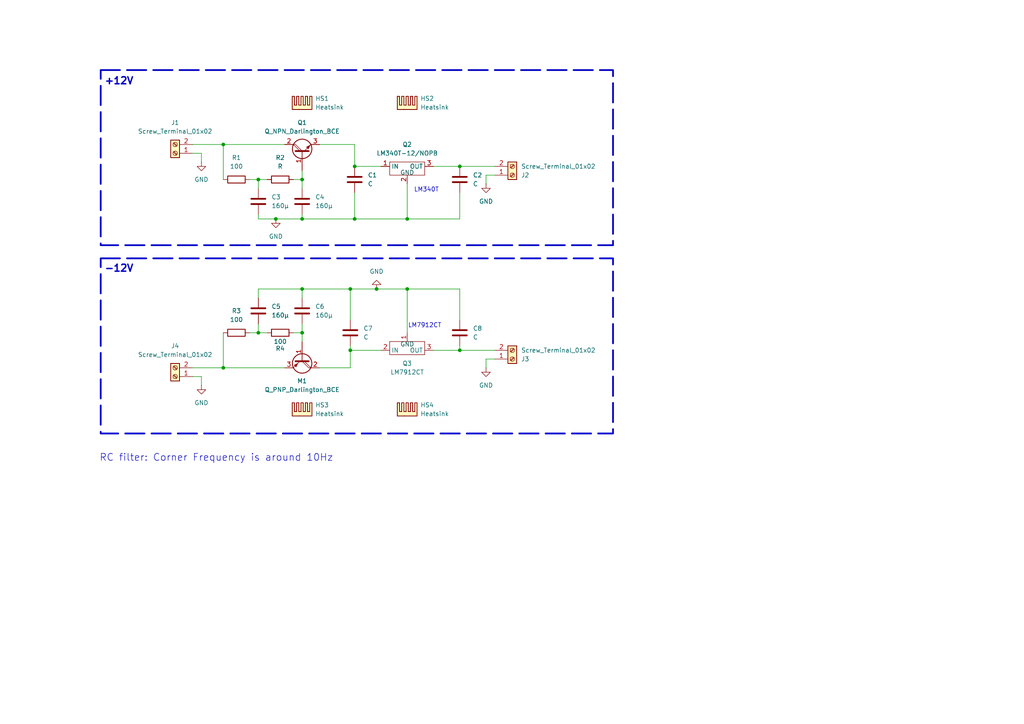
<source format=kicad_sch>
(kicad_sch (version 20231120) (generator "eeschema") (generator_version "8.0")
  (paper "A4")
  (lib_symbols
    (symbol "Analog_computing:LM7912CT/NOPB"
      (property "Reference" "Q" (at 0 4.826 0))
      (property "Value" "LM7912CT" (at 0 2.54 0))
      (symbol "LM7912CT/NOPB_0_1"
        (rectangle (start -5.08 1.27) (end 5.08 -2.54))
      )
      (symbol "LM7912CT/NOPB_1_1"
        (text "GND" (at 0 -1.778 0) (effects (font (size 1.27 1.27))))
        (pin input line (at 0 -5.08 90) (length 2.54) (name "") (number "1"))
        (pin input line (at -7.62 0 0) (length 2.54) (name "IN") (number "2"))
        (pin output line (at 7.62 0 180) (length 2.54) (name "OUT") (number "3"))
      )
    )
    (symbol "Connector:Screw_Terminal_01x02" (pin_names (offset 1.016) hide)
      (property "Reference" "J" (at 0 2.54 0))
      (property "Value" "Screw_Terminal_01x02" (at 0 -5.08 0))
      (symbol "Screw_Terminal_01x02_1_1"
        (rectangle (start -1.27 1.27) (end 1.27 -3.81) (stroke (width 0.254)) (fill (type background)))
        (circle (center 0 -2.54) (radius 0.635) (stroke (width 0.1524)))
        (polyline (pts (xy -0.5334 -2.2098) (xy 0.3302 -3.048)) (stroke (width 0.1524)))
        (polyline (pts (xy -0.5334 0.3302) (xy 0.3302 -0.508)) (stroke (width 0.1524)))
        (polyline (pts (xy -0.3556 -2.032) (xy 0.508 -2.8702)) (stroke (width 0.1524)))
        (polyline (pts (xy -0.3556 0.508) (xy 0.508 -0.3302)) (stroke (width 0.1524)))
        (circle (center 0 0) (radius 0.635) (stroke (width 0.1524)))
        (pin passive line (at -5.08 0 0) (length 3.81) (name "Pin_1") (number "1"))
        (pin passive line (at -5.08 -2.54 0) (length 3.81) (name "Pin_2") (number "2"))
      )
    )
    (symbol "Device:C" (pin_numbers hide) (pin_names (offset 0.254))
      (property "Reference" "C" (at 0.635 2.54 0))
      (property "Value" "C" (at 0.635 -2.54 0))
      (symbol "C_0_1"
        (polyline (pts (xy -2.032 -0.762) (xy 2.032 -0.762)) (stroke (width 0.508)))
        (polyline (pts (xy -2.032 0.762) (xy 2.032 0.762)) (stroke (width 0.508)))
      )
      (symbol "C_1_1"
        (pin passive line (at 0 3.81 270) (length 2.794) (name "~") (number "1"))
        (pin passive line (at 0 -3.81 90) (length 2.794) (name "~") (number "2"))
      )
    )
    (symbol "Device:Q_NPN_Darlington_BCE" (pin_names (offset 0) hide)
      (property "Reference" "Q" (at 4.572 1.27 0))
      (property "Value" "Q_NPN_Darlington_BCE" (at 4.572 -1.27 0))
      (symbol "Q_NPN_Darlington_BCE_0_1"
        (polyline (pts (xy 0.635 0.635) (xy 2.54 2.54)))
        (polyline (pts (xy 0.635 -0.635) (xy 2.54 -2.54) (xy 2.54 -2.54)))
        (polyline (pts (xy 0.635 0) (xy 2.54 1.905) (xy 2.54 2.54)))
        (polyline (pts (xy 0.635 1.905) (xy 0.635 -1.905) (xy 0.635 -1.905)) (stroke (width 0.508)))
        (polyline (pts (xy 1.27 -1.778) (xy 1.778 -1.27) (xy 2.286 -2.286) (xy 1.27 -1.778) (xy 1.27 -1.778)) (fill (type outline)))
        (circle (center 1.27 0) (radius 2.8194) (stroke (width 0.254)))
      )
      (symbol "Q_NPN_Darlington_BCE_1_1"
        (pin input line (at -5.08 0 0) (length 5.715) (name "B") (number "1"))
        (pin passive line (at 2.54 5.08 270) (length 2.54) (name "C") (number "2"))
        (pin passive line (at 2.54 -5.08 90) (length 2.54) (name "E") (number "3"))
      )
    )
    (symbol "Device:Q_PNP_Darlington_BCE" (pin_names (offset 0) hide)
      (property "Reference" "Q" (at 4.572 1.27 0))
      (property "Value" "Q_PNP_Darlington_BCE" (at 4.572 -1.27 0))
      (symbol "Q_PNP_Darlington_BCE_0_1"
        (polyline (pts (xy 0.635 0.635) (xy 2.54 2.54)))
        (polyline (pts (xy 0.635 -0.635) (xy 2.54 -2.54) (xy 2.54 -2.54)))
        (polyline (pts (xy 0.635 0) (xy 2.54 1.905) (xy 2.54 2.54)))
        (polyline (pts (xy 0.635 1.905) (xy 0.635 -1.905) (xy 0.635 -1.905)) (stroke (width 0.508)))
        (polyline (pts (xy 2.286 -1.778) (xy 1.778 -2.286) (xy 1.27 -1.27) (xy 2.286 -1.778) (xy 2.286 -1.778)) (fill (type outline)))
        (circle (center 1.27 0) (radius 2.8194) (stroke (width 0.254)))
      )
      (symbol "Q_PNP_Darlington_BCE_1_1"
        (pin input line (at -5.08 0 0) (length 5.715) (name "B") (number "1"))
        (pin passive line (at 2.54 5.08 270) (length 2.54) (name "C") (number "2"))
        (pin passive line (at 2.54 -5.08 90) (length 2.54) (name "E") (number "3"))
      )
    )
    (symbol "Device:R" (pin_numbers hide) (pin_names (offset 0))
      (property "Reference" "R" (at 2.032 0 90))
      (property "Value" "R" (at 0 0 90))
      (symbol "R_0_1"
        (rectangle (start -1.016 -2.54) (end 1.016 2.54) (stroke (width 0.254)))
      )
      (symbol "R_1_1"
        (pin passive line (at 0 3.81 270) (length 1.27) (name "~") (number "1"))
        (pin passive line (at 0 -3.81 90) (length 1.27) (name "~") (number "2"))
      )
    )
    (symbol "LM340T-12/NOPB_1"
      (property "Reference" "Q" (at 0 4.826 0))
      (property "Value" "LM340T-12/NOPB" (at 0 2.54 0))
      (symbol "LM340T-12/NOPB_1_0_1"
        (rectangle (start -5.08 1.27) (end 5.08 -2.54))
      )
      (symbol "LM340T-12/NOPB_1_1_1"
        (text "GND" (at 0 -1.778 0) (effects (font (size 1.27 1.27))))
        (pin input line (at -7.62 0 0) (length 2.54) (name "IN") (number "1"))
        (pin input line (at 0 -5.08 90) (length 2.54) (name "") (number "2"))
        (pin output line (at 7.62 0 180) (length 2.54) (name "OUT") (number "3"))
      )
    )
    (symbol "Mechanical:Heatsink" (pin_names (offset 1.016)) (exclude_from_sim yes)
      (property "Reference" "HS" (at 0 5.08 0))
      (property "Value" "Heatsink" (at 0 -1.27 0))
      (symbol "Heatsink_0_1"
        (polyline (pts (xy -0.3302 1.27) (xy -0.9652 1.27) (xy -0.9652 3.81) (xy -1.6002 3.81) (xy -1.6002 1.27) (xy -2.2352 1.27) (xy -2.2352 3.81) (xy -2.8702 3.81) (xy -2.8702 0) (xy -0.9652 0)) (stroke (width 0.254)) (fill (type background)))
        (polyline (pts (xy -0.3302 1.27) (xy -0.3302 3.81) (xy 0.3048 3.81) (xy 0.3048 1.27) (xy 0.9398 1.27) (xy 0.9398 3.81) (xy 1.5748 3.81) (xy 1.5748 1.27) (xy 2.2098 1.27) (xy 2.2098 3.81) (xy 2.8448 3.81) (xy 2.8448 0) (xy -0.9652 0)) (stroke (width 0.254)) (fill (type background)))
      )
    )
    (symbol "power:GND" (power) (pin_numbers hide) (pin_names (offset 0) hide)
      (property "Value" "GND" (at 0 -3.81 0))
      (symbol "GND_0_1"
        (polyline (pts (xy 0 0) (xy 0 -1.27) (xy 1.27 -1.27) (xy 0 -2.54) (xy -1.27 -1.27) (xy 0 -1.27)))
      )
      (symbol "GND_1_1"
        (pin power_in line (at 0 0 270) (length 0) (name "~") (number "1"))
      )
    )
  )
  (junction (at 74.93 96.52))
  (junction (at 74.93 52.07))
  (junction (at 133.35 48.26))
  (junction (at 101.6 101.6))
  (junction (at 102.87 63.5))
  (junction (at 102.87 48.26))
  (junction (at 133.35 101.6))
  (junction (at 87.63 83.82))
  (junction (at 118.11 63.5))
  (junction (at 80.01 63.5))
  (junction (at 87.63 63.5))
  (junction (at 87.63 52.07))
  (junction (at 64.77 106.68))
  (junction (at 64.77 41.91))
  (junction (at 101.6 83.82))
  (junction (at 109.22 83.82))
  (junction (at 118.11 83.82))
  (junction (at 87.63 96.52))
  (wire (pts (xy 143.51 50.8) (xy 140.97 50.8)))
  (wire (pts (xy 118.11 83.82) (xy 118.11 96.52)))
  (wire (pts (xy 74.93 63.5) (xy 80.01 63.5)))
  (wire (pts (xy 101.6 101.6) (xy 110.49 101.6)))
  (wire (pts (xy 101.6 83.82) (xy 109.22 83.82)))
  (wire (pts (xy 64.77 96.52) (xy 64.77 106.68)))
  (wire (pts (xy 80.01 63.5) (xy 87.63 63.5)))
  (wire (pts (xy 101.6 106.68) (xy 101.6 101.6)))
  (wire (pts (xy 64.77 106.68) (xy 82.55 106.68)))
  (wire (pts (xy 74.93 63.5) (xy 74.93 62.23)))
  (wire (pts (xy 133.35 63.5) (xy 133.35 55.88)))
  (wire (pts (xy 55.88 106.68) (xy 64.77 106.68)))
  (wire (pts (xy 102.87 48.26) (xy 110.49 48.26)))
  (wire (pts (xy 133.35 101.6) (xy 133.35 100.33)))
  (wire (pts (xy 87.63 83.82) (xy 87.63 86.36)))
  (wire (pts (xy 109.22 83.82) (xy 118.11 83.82)))
  (wire (pts (xy 87.63 93.98) (xy 87.63 96.52)))
  (wire (pts (xy 74.93 93.98) (xy 74.93 96.52)))
  (wire (pts (xy 118.11 63.5) (xy 133.35 63.5)))
  (wire (pts (xy 85.09 96.52) (xy 87.63 96.52)))
  (wire (pts (xy 102.87 41.91) (xy 102.87 48.26)))
  (wire (pts (xy 102.87 63.5) (xy 87.63 63.5)))
  (wire (pts (xy 58.42 109.22) (xy 58.42 111.76)))
  (wire (pts (xy 133.35 92.71) (xy 133.35 83.82)))
  (wire (pts (xy 74.93 83.82) (xy 87.63 83.82)))
  (wire (pts (xy 64.77 41.91) (xy 64.77 52.07)))
  (wire (pts (xy 101.6 92.71) (xy 101.6 83.82)))
  (wire (pts (xy 140.97 104.14) (xy 140.97 106.68)))
  (wire (pts (xy 101.6 83.82) (xy 87.63 83.82)))
  (wire (pts (xy 125.73 48.26) (xy 133.35 48.26)))
  (wire (pts (xy 140.97 50.8) (xy 140.97 53.34)))
  (wire (pts (xy 72.39 96.52) (xy 74.93 96.52)))
  (wire (pts (xy 102.87 63.5) (xy 118.11 63.5)))
  (wire (pts (xy 87.63 96.52) (xy 87.63 99.06)))
  (wire (pts (xy 92.71 106.68) (xy 101.6 106.68)))
  (wire (pts (xy 58.42 44.45) (xy 58.42 46.99)))
  (wire (pts (xy 74.93 52.07) (xy 74.93 54.61)))
  (wire (pts (xy 55.88 41.91) (xy 64.77 41.91)))
  (wire (pts (xy 102.87 55.88) (xy 102.87 63.5)))
  (wire (pts (xy 55.88 109.22) (xy 58.42 109.22)))
  (wire (pts (xy 101.6 101.6) (xy 101.6 100.33)))
  (wire (pts (xy 87.63 63.5) (xy 87.63 62.23)))
  (wire (pts (xy 133.35 83.82) (xy 118.11 83.82)))
  (wire (pts (xy 143.51 104.14) (xy 140.97 104.14)))
  (wire (pts (xy 133.35 101.6) (xy 143.51 101.6)))
  (wire (pts (xy 118.11 53.34) (xy 118.11 63.5)))
  (wire (pts (xy 87.63 52.07) (xy 87.63 54.61)))
  (wire (pts (xy 92.71 41.91) (xy 102.87 41.91)))
  (wire (pts (xy 85.09 52.07) (xy 87.63 52.07)))
  (wire (pts (xy 74.93 52.07) (xy 77.47 52.07)))
  (wire (pts (xy 64.77 41.91) (xy 82.55 41.91)))
  (wire (pts (xy 74.93 86.36) (xy 74.93 83.82)))
  (wire (pts (xy 74.93 96.52) (xy 77.47 96.52)))
  (wire (pts (xy 133.35 48.26) (xy 143.51 48.26)))
  (wire (pts (xy 55.88 44.45) (xy 58.42 44.45)))
  (wire (pts (xy 72.39 52.07) (xy 74.93 52.07)))
  (wire (pts (xy 125.73 101.6) (xy 133.35 101.6)))
  (wire (pts (xy 87.63 49.53) (xy 87.63 52.07)))
  (rectangle (start 29.21 20.32) (end 177.8 71.12) (stroke (width 0.508) (type dash)))
  (rectangle (start 29.21 74.93) (end 177.8 125.73) (stroke (width 0.508) (type dash)))
  (text "+12V" (at 34.544 23.622 0) (effects (font (size 2.032 2.032) (thickness 0.4064) (bold yes))))
  (text "-12V" (at 34.544 77.978 0) (effects (font (size 2.032 2.032) (thickness 0.4064) (bold yes))))
  (text "LM7912CT" (at 123.19 94.488 0) (effects (font (size 1.27 1.27))))
  (text "RC filter: Corner Frequency is around 10Hz" (at 62.738 132.842 0) (effects (font (size 2.032 2.032))))
  (text "LM340T" (at 123.698 55.118 0) (effects (font (size 1.27 1.27))))
  (symbol (lib_id "Device:C") (at 102.87 52.07 0) (unit 1)
    (property "Reference" "C1" (at 106.68 50.7999 0) (effects (justify left)))
    (property "Value" "C" (at 106.68 53.3399 0) (effects (justify left)))
    (property "Description" "Unpolarized capacitor" (effects (hide yes)))
  )
  (symbol (lib_id "Mechanical:Heatsink") (at 118.11 31.75 0) (unit 1) (exclude_from_sim yes)
    (property "Reference" "HS2" (at 121.92 28.5749 0) (effects (justify left)))
    (property "Value" "Heatsink" (at 121.92 31.1149 0) (effects (justify left)))
    (property "Footprint" "analog_computing:Boyd Laconia, 529802B02500G, HEATSINK" (effects (hide yes)))
    (property "Description" "Heatsink" (effects (hide yes)))
  )
  (symbol (lib_id "power:GND") (at 140.97 53.34 0) (unit 1)
    (property "Reference" "#PWR02" (effects (hide yes)))
    (property "Value" "GND" (at 140.97 58.42 0))
    (property "Description" "Power symbol creates a global label with name \"GND\" , ground" (effects (hide yes)))
  )
  (symbol (lib_id "Device:C") (at 133.35 96.52 0) (unit 1)
    (property "Reference" "C8" (at 137.16 95.2499 0) (effects (justify left)))
    (property "Value" "C" (at 137.16 97.7899 0) (effects (justify left)))
    (property "Description" "Unpolarized capacitor" (effects (hide yes)))
  )
  (symbol (lib_id "Device:C") (at 133.35 52.07 0) (unit 1)
    (property "Reference" "C2" (at 137.16 50.7999 0) (effects (justify left)))
    (property "Value" "C" (at 137.16 53.3399 0) (effects (justify left)))
    (property "Description" "Unpolarized capacitor" (effects (hide yes)))
  )
  (symbol (lib_id "Mechanical:Heatsink") (at 118.11 120.65 0) (unit 1) (exclude_from_sim yes)
    (property "Reference" "HS4" (at 121.92 117.4749 0) (effects (justify left)))
    (property "Value" "Heatsink" (at 121.92 120.0149 0) (effects (justify left)))
    (property "Footprint" "analog_computing:Boyd Laconia, 529802B02500G, HEATSINK" (effects (hide yes)))
    (property "Description" "Heatsink" (effects (hide yes)))
  )
  (symbol (lib_id "Connector:Screw_Terminal_01x02") (at 50.8 109.22 180) (unit 1)
    (property "Reference" "J4" (at 50.8 100.33 0))
    (property "Value" "Screw_Terminal_01x02" (at 50.8 102.87 0))
    (property "Description" "Generic screw terminal, single row, 01x02, script generated (kicad-library-utils/schlib/autogen/connector/)" (effects (hide yes)))
  )
  (symbol (lib_id "Device:Q_PNP_Darlington_BCE") (at 87.63 104.14 270) (unit 1)
    (property "Reference" "M1" (at 87.63 110.49 90))
    (property "Value" "Q_PNP_Darlington_BCE" (at 87.63 113.03 90))
    (property "Footprint" "Package_TO_SOT_THT:TO-220-3_Vertical" (effects (hide yes)))
    (property "Description" "PNP Darlington transistor, base/collector/emitter" (effects (hide yes)))
  )
  (symbol (lib_id "Connector:Screw_Terminal_01x02") (at 148.59 50.8 0) (mirror x) (unit 1)
    (property "Reference" "J2" (at 151.13 50.8001 0) (effects (justify left)))
    (property "Value" "Screw_Terminal_01x02" (at 151.13 48.2601 0) (effects (justify left)))
    (property "Description" "Generic screw terminal, single row, 01x02, script generated (kicad-library-utils/schlib/autogen/connector/)" (effects (hide yes)))
  )
  (symbol (lib_id "Connector:Screw_Terminal_01x02") (at 148.59 104.14 0) (mirror x) (unit 1)
    (property "Reference" "J3" (at 151.13 104.1401 0) (effects (justify left)))
    (property "Value" "Screw_Terminal_01x02" (at 151.13 101.6001 0) (effects (justify left)))
    (property "Description" "Generic screw terminal, single row, 01x02, script generated (kicad-library-utils/schlib/autogen/connector/)" (effects (hide yes)))
  )
  (symbol (lib_id "Device:C") (at 74.93 90.17 0) (unit 1)
    (property "Reference" "C5" (at 78.74 88.8999 0) (effects (justify left)))
    (property "Value" "160µ" (at 78.74 91.4399 0) (effects (justify left)))
    (property "Description" "Unpolarized capacitor" (effects (hide yes)))
  )
  (symbol (lib_id "Device:C") (at 74.93 58.42 0) (unit 1)
    (property "Reference" "C3" (at 78.74 57.1499 0) (effects (justify left)))
    (property "Value" "160µ" (at 78.74 59.6899 0) (effects (justify left)))
    (property "Description" "Unpolarized capacitor" (effects (hide yes)))
  )
  (symbol (lib_id "power:GND") (at 140.97 106.68 0) (unit 1)
    (property "Reference" "#PWR05" (effects (hide yes)))
    (property "Value" "GND" (at 140.97 111.76 0))
    (property "Description" "Power symbol creates a global label with name \"GND\" , ground" (effects (hide yes)))
  )
  (symbol (lib_id "Device:R") (at 81.28 96.52 90) (unit 1)
    (property "Reference" "R4" (at 81.28 101.092 90))
    (property "Value" "100" (at 81.28 99.06 90))
    (property "Description" "Resistor" (effects (hide yes)))
  )
  (symbol (lib_id "Mechanical:Heatsink") (at 87.63 31.75 0) (unit 1) (exclude_from_sim yes)
    (property "Reference" "HS1" (at 91.44 28.5749 0) (effects (justify left)))
    (property "Value" "Heatsink" (at 91.44 31.1149 0) (effects (justify left)))
    (property "Footprint" "analog_computing:Boyd Laconia, 529802B02500G, HEATSINK" (effects (hide yes)))
    (property "Description" "Heatsink" (effects (hide yes)))
  )
  (symbol (lib_id "Mechanical:Heatsink") (at 87.63 120.65 0) (unit 1) (exclude_from_sim yes)
    (property "Reference" "HS3" (at 91.44 117.4749 0) (effects (justify left)))
    (property "Value" "Heatsink" (at 91.44 120.0149 0) (effects (justify left)))
    (property "Footprint" "analog_computing:Boyd Laconia, 529802B02500G, HEATSINK" (effects (hide yes)))
    (property "Description" "Heatsink" (effects (hide yes)))
  )
  (symbol (lib_id "power:GND") (at 58.42 46.99 0) (unit 1)
    (property "Reference" "#PWR01" (effects (hide yes)))
    (property "Value" "GND" (at 58.42 52.07 0))
    (property "Description" "Power symbol creates a global label with name \"GND\" , ground" (effects (hide yes)))
  )
  (symbol (lib_id "Device:C") (at 101.6 96.52 0) (unit 1)
    (property "Reference" "C7" (at 105.41 95.2499 0) (effects (justify left)))
    (property "Value" "C" (at 105.41 97.7899 0) (effects (justify left)))
    (property "Description" "Unpolarized capacitor" (effects (hide yes)))
  )
  (symbol (lib_id "Analog_computing:LM7912CT/NOPB") (at 118.11 101.6 0) (mirror x) (unit 1)
    (property "Reference" "Q3" (at 118.11 105.41 0))
    (property "Value" "LM7912CT" (at 118.11 107.95 0))
    (property "Footprint" "Package_TO_SOT_THT:TO-220-3_Vertical" (effects (hide yes)))
  )
  (symbol (lib_id "Device:C") (at 87.63 90.17 0) (unit 1)
    (property "Reference" "C6" (at 91.44 88.8999 0) (effects (justify left)))
    (property "Value" "160µ" (at 91.44 91.4399 0) (effects (justify left)))
    (property "Description" "Unpolarized capacitor" (effects (hide yes)))
  )
  (symbol (lib_id "Device:Q_NPN_Darlington_BCE") (at 87.63 44.45 90) (unit 1)
    (property "Reference" "Q1" (at 87.63 35.56 90))
    (property "Value" "Q_NPN_Darlington_BCE" (at 87.63 38.1 90))
    (property "Footprint" "Package_TO_SOT_THT:TO-220-3_Vertical" (effects (hide yes)))
    (property "Description" "NPN Darlington transistor, base/collector/emitter" (effects (hide yes)))
  )
  (symbol (lib_id "Device:C") (at 87.63 58.42 0) (unit 1)
    (property "Reference" "C4" (at 91.44 57.1499 0) (effects (justify left)))
    (property "Value" "160µ" (at 91.44 59.6899 0) (effects (justify left)))
    (property "Description" "Unpolarized capacitor" (effects (hide yes)))
  )
  (symbol (lib_id "Device:R") (at 81.28 52.07 90) (unit 1)
    (property "Reference" "R2" (at 81.28 45.72 90))
    (property "Value" "R" (at 81.28 48.26 90))
    (property "Description" "Resistor" (effects (hide yes)))
  )
  (symbol (lib_id "power:GND") (at 109.22 83.82 180) (unit 1)
    (property "Reference" "#PWR04" (effects (hide yes)))
    (property "Value" "GND" (at 109.22 78.74 0))
    (property "Description" "Power symbol creates a global label with name \"GND\" , ground" (effects (hide yes)))
  )
  (symbol (lib_id "power:GND") (at 80.01 63.5 0) (unit 1)
    (property "Reference" "#PWR03" (effects (hide yes)))
    (property "Value" "GND" (at 80.01 68.58 0))
    (property "Description" "Power symbol creates a global label with name \"GND\" , ground" (effects (hide yes)))
  )
  (symbol (lib_id "Device:R") (at 68.58 52.07 90) (unit 1)
    (property "Reference" "R1" (at 68.58 45.72 90))
    (property "Value" "100" (at 68.58 48.26 90))
    (property "Description" "Resistor" (effects (hide yes)))
  )
  (symbol (lib_id "Connector:Screw_Terminal_01x02") (at 50.8 44.45 180) (unit 1)
    (property "Reference" "J1" (at 50.8 35.56 0))
    (property "Value" "Screw_Terminal_01x02" (at 50.8 38.1 0))
    (property "Description" "Generic screw terminal, single row, 01x02, script generated (kicad-library-utils/schlib/autogen/connector/)" (effects (hide yes)))
  )
  (symbol (lib_name "LM340T-12/NOPB_1") (lib_id "Analog_computing:LM340T-12/NOPB") (at 118.11 48.26 0) (unit 1)
    (property "Reference" "Q2" (at 118.11 41.91 0))
    (property "Value" "LM340T-12/NOPB" (at 118.11 44.45 0))
    (property "Footprint" "Package_TO_SOT_THT:TO-220-3_Vertical" (effects (hide yes)))
  )
  (symbol (lib_id "power:GND") (at 58.42 111.76 0) (unit 1)
    (property "Reference" "#PWR06" (effects (hide yes)))
    (property "Value" "GND" (at 58.42 116.84 0))
    (property "Description" "Power symbol creates a global label with name \"GND\" , ground" (effects (hide yes)))
  )
  (symbol (lib_id "Device:R") (at 68.58 96.52 90) (unit 1)
    (property "Reference" "R3" (at 68.58 90.17 90))
    (property "Value" "100" (at 68.58 92.71 90))
    (property "Description" "Resistor" (effects (hide yes)))
  )
)
</source>
